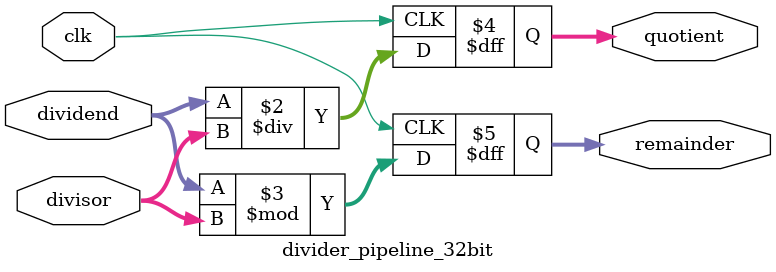
<source format=sv>
module divider_pipeline_32bit (
    input clk,
    input [31:0] dividend,
    input [31:0] divisor,
    output reg [31:0] quotient,
    output reg [31:0] remainder
);

always @(posedge clk) begin
    quotient <= dividend / divisor;
    remainder <= dividend % divisor;
end

endmodule
</source>
